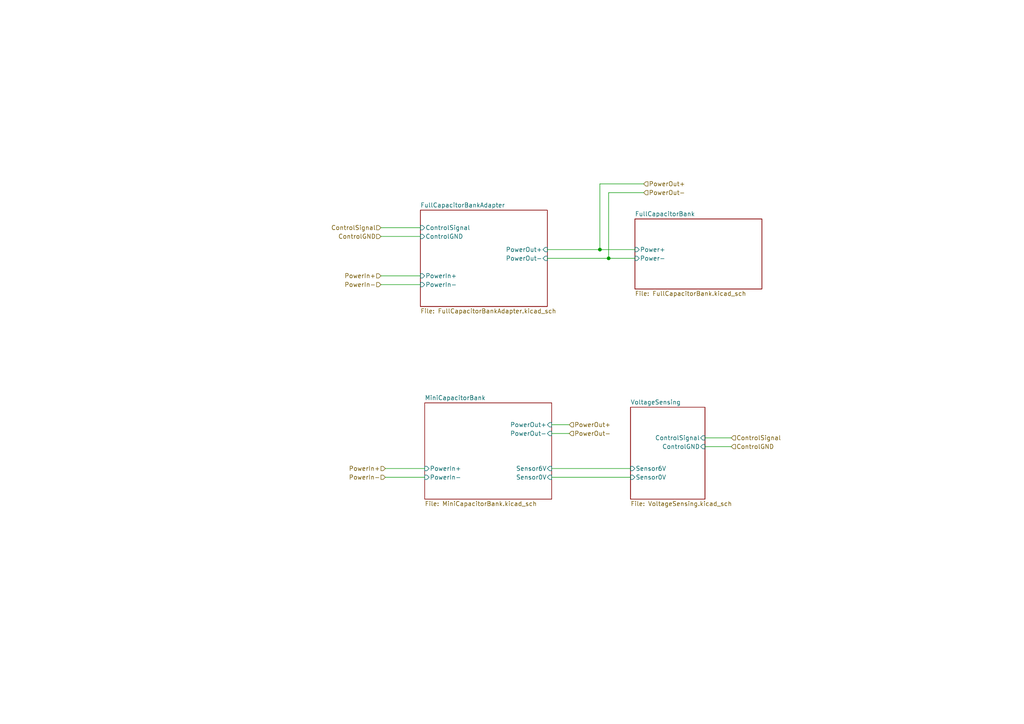
<source format=kicad_sch>
(kicad_sch (version 20211123) (generator eeschema)
  (paper "A4")
  (title_block (title "Capacitor Bank") (date "2020-01-07") (rev "1"))
  (lib_symbols)
  (junction (at 176.53 74.93))
  (junction (at 173.99 72.39))
  (wire (pts (xy 212.09 129.54) (xy 204.47 129.54)))
  (wire (pts (xy 123.19 138.43) (xy 111.76 138.43)))
  (wire (pts (xy 111.76 135.89) (xy 123.19 135.89)))
  (wire (pts (xy 184.15 72.39) (xy 173.99 72.39)))
  (wire (pts (xy 110.49 66.04) (xy 121.92 66.04)))
  (wire (pts (xy 176.53 55.88) (xy 176.53 74.93)))
  (wire (pts (xy 176.53 74.93) (xy 158.75 74.93)))
  (wire (pts (xy 182.88 138.43) (xy 160.02 138.43)))
  (wire (pts (xy 173.99 53.34) (xy 173.99 72.39)))
  (wire (pts (xy 184.15 74.93) (xy 176.53 74.93)))
  (wire (pts (xy 212.09 127) (xy 204.47 127)))
  (wire (pts (xy 173.99 72.39) (xy 158.75 72.39)))
  (wire (pts (xy 110.49 80.01) (xy 121.92 80.01)))
  (wire (pts (xy 182.88 135.89) (xy 160.02 135.89)))
  (wire (pts (xy 110.49 82.55) (xy 121.92 82.55)))
  (wire (pts (xy 176.53 55.88) (xy 186.69 55.88)))
  (wire (pts (xy 160.02 125.73) (xy 165.1 125.73)))
  (wire (pts (xy 165.1 123.19) (xy 160.02 123.19)))
  (wire (pts (xy 173.99 53.34) (xy 186.69 53.34)))
  (wire (pts (xy 121.92 68.58) (xy 110.49 68.58)))
  (hierarchical_label "PowerIn-" (shape input) (at 110.49 82.55 180))
  (hierarchical_label "ControlGND" (shape input) (at 110.49 68.58 180))
  (hierarchical_label "ControlSignal" (shape input) (at 212.09 127 0))
  (hierarchical_label "PowerOut-" (shape input) (at 165.1 125.73 0))
  (hierarchical_label "ControlSignal" (shape input) (at 110.49 66.04 180))
  (hierarchical_label "PowerIn+" (shape input) (at 110.49 80.01 180))
  (hierarchical_label "PowerOut+" (shape input) (at 165.1 123.19 0))
  (hierarchical_label "PowerOut-" (shape input) (at 186.69 55.88 0))
  (hierarchical_label "ControlGND" (shape input) (at 212.09 129.54 0))
  (hierarchical_label "PowerIn-" (shape input) (at 111.76 138.43 180))
  (hierarchical_label "PowerIn+" (shape input) (at 111.76 135.89 180))
  (hierarchical_label "PowerOut+" (shape input) (at 186.69 53.34 0))
  (sheet (at 121.92 60.96) (size 36.83 27.94)
    (property "Sheet name" "FullCapacitorBankAdapter" (at 121.92 60.2484 0) (effects (justify left bottom)))
    (property "Sheet file" "FullCapacitorBankAdapter.kicad_sch" (at 121.92 89.4846 0) (effects (justify left top)))
    (pin "PowerOut+" input (at 158.75 72.39 0))
    (pin "PowerOut-" input (at 158.75 74.93 0))
    (pin "PowerIn+" input (at 121.92 80.01 180))
    (pin "PowerIn-" input (at 121.92 82.55 180))
    (pin "ControlGND" input (at 121.92 68.58 180))
    (pin "ControlSignal" input (at 121.92 66.04 180))
  )
  (sheet (at 184.15 63.5) (size 36.83 20.32)
    (property "Sheet name" "FullCapacitorBank" (at 184.15 62.7884 0) (effects (justify left bottom)))
    (property "Sheet file" "FullCapacitorBank.kicad_sch" (at 184.15 84.4046 0) (effects (justify left top)))
    (pin "Power+" input (at 184.15 72.39 180))
    (pin "Power-" input (at 184.15 74.93 180))
  )
  (sheet (at 123.19 116.84) (size 36.83 27.94)
    (property "Sheet name" "MiniCapacitorBank" (at 123.19 116.1284 0) (effects (justify left bottom)))
    (property "Sheet file" "MiniCapacitorBank.kicad_sch" (at 123.19 145.3646 0) (effects (justify left top)))
    (pin "PowerOut-" input (at 160.02 125.73 0))
    (pin "PowerOut+" input (at 160.02 123.19 0))
    (pin "Sensor6V" input (at 160.02 135.89 0))
    (pin "Sensor0V" input (at 160.02 138.43 0))
    (pin "PowerIn+" input (at 123.19 135.89 180))
    (pin "PowerIn-" input (at 123.19 138.43 180))
  )
  (sheet (at 182.88 118.11) (size 21.59 26.67)
    (property "Sheet name" "VoltageSensing" (at 182.88 117.3984 0) (effects (justify left bottom)))
    (property "Sheet file" "VoltageSensing.kicad_sch" (at 182.88 145.3646 0) (effects (justify left top)))
    (pin "Sensor0V" input (at 182.88 138.43 180))
    (pin "ControlGND" input (at 204.47 129.54 0))
    (pin "ControlSignal" input (at 204.47 127 0))
    (pin "Sensor6V" input (at 182.88 135.89 180))
  )
)
</source>
